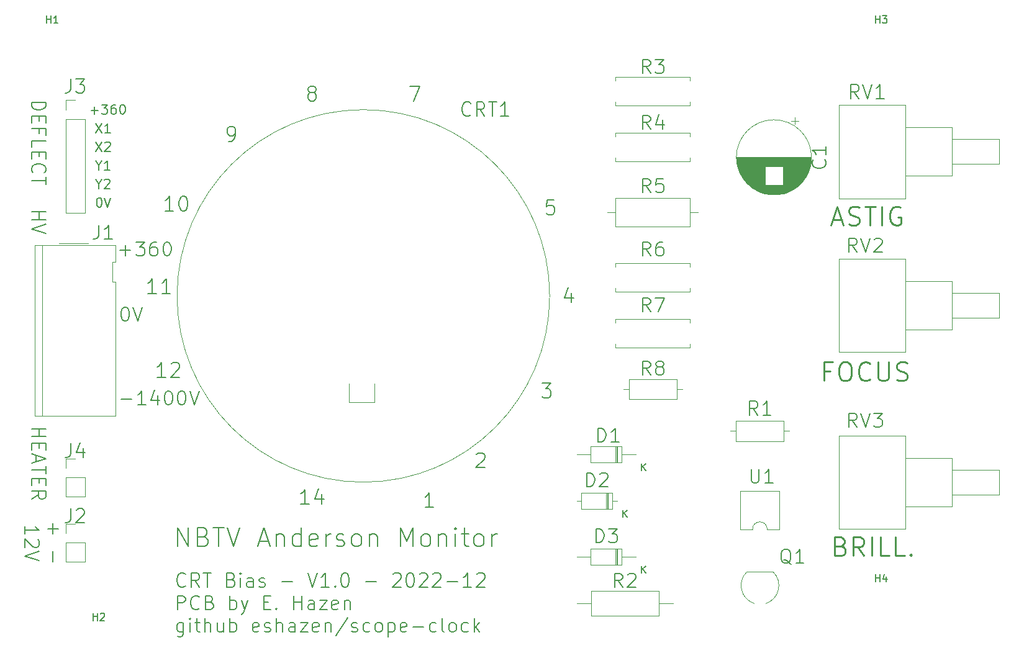
<source format=gbr>
%TF.GenerationSoftware,KiCad,Pcbnew,6.0.9-8da3e8f707~117~ubuntu22.04.1*%
%TF.CreationDate,2022-12-13T20:05:36-05:00*%
%TF.ProjectId,anderson_crt,616e6465-7273-46f6-9e5f-6372742e6b69,rev?*%
%TF.SameCoordinates,Original*%
%TF.FileFunction,Legend,Top*%
%TF.FilePolarity,Positive*%
%FSLAX46Y46*%
G04 Gerber Fmt 4.6, Leading zero omitted, Abs format (unit mm)*
G04 Created by KiCad (PCBNEW 6.0.9-8da3e8f707~117~ubuntu22.04.1) date 2022-12-13 20:05:36*
%MOMM*%
%LPD*%
G01*
G04 APERTURE LIST*
%ADD10C,0.254000*%
%ADD11C,0.203200*%
%ADD12C,0.150000*%
%ADD13C,0.120000*%
G04 APERTURE END LIST*
D10*
X189653333Y-77258333D02*
X190862857Y-77258333D01*
X189411428Y-77984047D02*
X190258095Y-75444047D01*
X191104761Y-77984047D01*
X191830476Y-77863095D02*
X192193333Y-77984047D01*
X192798095Y-77984047D01*
X193040000Y-77863095D01*
X193160952Y-77742142D01*
X193281904Y-77500238D01*
X193281904Y-77258333D01*
X193160952Y-77016428D01*
X193040000Y-76895476D01*
X192798095Y-76774523D01*
X192314285Y-76653571D01*
X192072380Y-76532619D01*
X191951428Y-76411666D01*
X191830476Y-76169761D01*
X191830476Y-75927857D01*
X191951428Y-75685952D01*
X192072380Y-75565000D01*
X192314285Y-75444047D01*
X192919047Y-75444047D01*
X193281904Y-75565000D01*
X194007619Y-75444047D02*
X195459047Y-75444047D01*
X194733333Y-77984047D02*
X194733333Y-75444047D01*
X196305714Y-77984047D02*
X196305714Y-75444047D01*
X198845714Y-75565000D02*
X198603809Y-75444047D01*
X198240952Y-75444047D01*
X197878095Y-75565000D01*
X197636190Y-75806904D01*
X197515238Y-76048809D01*
X197394285Y-76532619D01*
X197394285Y-76895476D01*
X197515238Y-77379285D01*
X197636190Y-77621190D01*
X197878095Y-77863095D01*
X198240952Y-77984047D01*
X198482857Y-77984047D01*
X198845714Y-77863095D01*
X198966666Y-77742142D01*
X198966666Y-76895476D01*
X198482857Y-76895476D01*
D11*
X92437857Y-81416071D02*
X93889285Y-81416071D01*
X93163571Y-82141785D02*
X93163571Y-80690357D01*
X94615000Y-80236785D02*
X95794285Y-80236785D01*
X95159285Y-80962500D01*
X95431428Y-80962500D01*
X95612857Y-81053214D01*
X95703571Y-81143928D01*
X95794285Y-81325357D01*
X95794285Y-81778928D01*
X95703571Y-81960357D01*
X95612857Y-82051071D01*
X95431428Y-82141785D01*
X94887142Y-82141785D01*
X94705714Y-82051071D01*
X94615000Y-81960357D01*
X97427142Y-80236785D02*
X97064285Y-80236785D01*
X96882857Y-80327500D01*
X96792142Y-80418214D01*
X96610714Y-80690357D01*
X96520000Y-81053214D01*
X96520000Y-81778928D01*
X96610714Y-81960357D01*
X96701428Y-82051071D01*
X96882857Y-82141785D01*
X97245714Y-82141785D01*
X97427142Y-82051071D01*
X97517857Y-81960357D01*
X97608571Y-81778928D01*
X97608571Y-81325357D01*
X97517857Y-81143928D01*
X97427142Y-81053214D01*
X97245714Y-80962500D01*
X96882857Y-80962500D01*
X96701428Y-81053214D01*
X96610714Y-81143928D01*
X96520000Y-81325357D01*
X98787857Y-80236785D02*
X98969285Y-80236785D01*
X99150714Y-80327500D01*
X99241428Y-80418214D01*
X99332142Y-80599642D01*
X99422857Y-80962500D01*
X99422857Y-81416071D01*
X99332142Y-81778928D01*
X99241428Y-81960357D01*
X99150714Y-82051071D01*
X98969285Y-82141785D01*
X98787857Y-82141785D01*
X98606428Y-82051071D01*
X98515714Y-81960357D01*
X98425000Y-81778928D01*
X98334285Y-81416071D01*
X98334285Y-80962500D01*
X98425000Y-80599642D01*
X98515714Y-80418214D01*
X98606428Y-80327500D01*
X98787857Y-80236785D01*
X89565238Y-74234523D02*
X89686190Y-74234523D01*
X89807142Y-74295000D01*
X89867619Y-74355476D01*
X89928095Y-74476428D01*
X89988571Y-74718333D01*
X89988571Y-75020714D01*
X89928095Y-75262619D01*
X89867619Y-75383571D01*
X89807142Y-75444047D01*
X89686190Y-75504523D01*
X89565238Y-75504523D01*
X89444285Y-75444047D01*
X89383809Y-75383571D01*
X89323333Y-75262619D01*
X89262857Y-75020714D01*
X89262857Y-74718333D01*
X89323333Y-74476428D01*
X89383809Y-74355476D01*
X89444285Y-74295000D01*
X89565238Y-74234523D01*
X90351428Y-74234523D02*
X90774761Y-75504523D01*
X91198095Y-74234523D01*
X92619285Y-101736071D02*
X94070714Y-101736071D01*
X95975714Y-102461785D02*
X94887142Y-102461785D01*
X95431428Y-102461785D02*
X95431428Y-100556785D01*
X95250000Y-100828928D01*
X95068571Y-101010357D01*
X94887142Y-101101071D01*
X97608571Y-101191785D02*
X97608571Y-102461785D01*
X97155000Y-100466071D02*
X96701428Y-101826785D01*
X97880714Y-101826785D01*
X98969285Y-100556785D02*
X99150714Y-100556785D01*
X99332142Y-100647500D01*
X99422857Y-100738214D01*
X99513571Y-100919642D01*
X99604285Y-101282500D01*
X99604285Y-101736071D01*
X99513571Y-102098928D01*
X99422857Y-102280357D01*
X99332142Y-102371071D01*
X99150714Y-102461785D01*
X98969285Y-102461785D01*
X98787857Y-102371071D01*
X98697142Y-102280357D01*
X98606428Y-102098928D01*
X98515714Y-101736071D01*
X98515714Y-101282500D01*
X98606428Y-100919642D01*
X98697142Y-100738214D01*
X98787857Y-100647500D01*
X98969285Y-100556785D01*
X100783571Y-100556785D02*
X100965000Y-100556785D01*
X101146428Y-100647500D01*
X101237142Y-100738214D01*
X101327857Y-100919642D01*
X101418571Y-101282500D01*
X101418571Y-101736071D01*
X101327857Y-102098928D01*
X101237142Y-102280357D01*
X101146428Y-102371071D01*
X100965000Y-102461785D01*
X100783571Y-102461785D01*
X100602142Y-102371071D01*
X100511428Y-102280357D01*
X100420714Y-102098928D01*
X100330000Y-101736071D01*
X100330000Y-101282500D01*
X100420714Y-100919642D01*
X100511428Y-100738214D01*
X100602142Y-100647500D01*
X100783571Y-100556785D01*
X101962857Y-100556785D02*
X102597857Y-102461785D01*
X103232857Y-100556785D01*
X100330000Y-121799047D02*
X100330000Y-119259047D01*
X101781428Y-121799047D01*
X101781428Y-119259047D01*
X103837619Y-120468571D02*
X104200476Y-120589523D01*
X104321428Y-120710476D01*
X104442380Y-120952380D01*
X104442380Y-121315238D01*
X104321428Y-121557142D01*
X104200476Y-121678095D01*
X103958571Y-121799047D01*
X102990952Y-121799047D01*
X102990952Y-119259047D01*
X103837619Y-119259047D01*
X104079523Y-119380000D01*
X104200476Y-119500952D01*
X104321428Y-119742857D01*
X104321428Y-119984761D01*
X104200476Y-120226666D01*
X104079523Y-120347619D01*
X103837619Y-120468571D01*
X102990952Y-120468571D01*
X105168095Y-119259047D02*
X106619523Y-119259047D01*
X105893809Y-121799047D02*
X105893809Y-119259047D01*
X107103333Y-119259047D02*
X107950000Y-121799047D01*
X108796666Y-119259047D01*
X111457619Y-121073333D02*
X112667142Y-121073333D01*
X111215714Y-121799047D02*
X112062380Y-119259047D01*
X112909047Y-121799047D01*
X113755714Y-120105714D02*
X113755714Y-121799047D01*
X113755714Y-120347619D02*
X113876666Y-120226666D01*
X114118571Y-120105714D01*
X114481428Y-120105714D01*
X114723333Y-120226666D01*
X114844285Y-120468571D01*
X114844285Y-121799047D01*
X117142380Y-121799047D02*
X117142380Y-119259047D01*
X117142380Y-121678095D02*
X116900476Y-121799047D01*
X116416666Y-121799047D01*
X116174761Y-121678095D01*
X116053809Y-121557142D01*
X115932857Y-121315238D01*
X115932857Y-120589523D01*
X116053809Y-120347619D01*
X116174761Y-120226666D01*
X116416666Y-120105714D01*
X116900476Y-120105714D01*
X117142380Y-120226666D01*
X119319523Y-121678095D02*
X119077619Y-121799047D01*
X118593809Y-121799047D01*
X118351904Y-121678095D01*
X118230952Y-121436190D01*
X118230952Y-120468571D01*
X118351904Y-120226666D01*
X118593809Y-120105714D01*
X119077619Y-120105714D01*
X119319523Y-120226666D01*
X119440476Y-120468571D01*
X119440476Y-120710476D01*
X118230952Y-120952380D01*
X120529047Y-121799047D02*
X120529047Y-120105714D01*
X120529047Y-120589523D02*
X120650000Y-120347619D01*
X120770952Y-120226666D01*
X121012857Y-120105714D01*
X121254761Y-120105714D01*
X121980476Y-121678095D02*
X122222380Y-121799047D01*
X122706190Y-121799047D01*
X122948095Y-121678095D01*
X123069047Y-121436190D01*
X123069047Y-121315238D01*
X122948095Y-121073333D01*
X122706190Y-120952380D01*
X122343333Y-120952380D01*
X122101428Y-120831428D01*
X121980476Y-120589523D01*
X121980476Y-120468571D01*
X122101428Y-120226666D01*
X122343333Y-120105714D01*
X122706190Y-120105714D01*
X122948095Y-120226666D01*
X124520476Y-121799047D02*
X124278571Y-121678095D01*
X124157619Y-121557142D01*
X124036666Y-121315238D01*
X124036666Y-120589523D01*
X124157619Y-120347619D01*
X124278571Y-120226666D01*
X124520476Y-120105714D01*
X124883333Y-120105714D01*
X125125238Y-120226666D01*
X125246190Y-120347619D01*
X125367142Y-120589523D01*
X125367142Y-121315238D01*
X125246190Y-121557142D01*
X125125238Y-121678095D01*
X124883333Y-121799047D01*
X124520476Y-121799047D01*
X126455714Y-120105714D02*
X126455714Y-121799047D01*
X126455714Y-120347619D02*
X126576666Y-120226666D01*
X126818571Y-120105714D01*
X127181428Y-120105714D01*
X127423333Y-120226666D01*
X127544285Y-120468571D01*
X127544285Y-121799047D01*
X130689047Y-121799047D02*
X130689047Y-119259047D01*
X131535714Y-121073333D01*
X132382380Y-119259047D01*
X132382380Y-121799047D01*
X133954761Y-121799047D02*
X133712857Y-121678095D01*
X133591904Y-121557142D01*
X133470952Y-121315238D01*
X133470952Y-120589523D01*
X133591904Y-120347619D01*
X133712857Y-120226666D01*
X133954761Y-120105714D01*
X134317619Y-120105714D01*
X134559523Y-120226666D01*
X134680476Y-120347619D01*
X134801428Y-120589523D01*
X134801428Y-121315238D01*
X134680476Y-121557142D01*
X134559523Y-121678095D01*
X134317619Y-121799047D01*
X133954761Y-121799047D01*
X135890000Y-120105714D02*
X135890000Y-121799047D01*
X135890000Y-120347619D02*
X136010952Y-120226666D01*
X136252857Y-120105714D01*
X136615714Y-120105714D01*
X136857619Y-120226666D01*
X136978571Y-120468571D01*
X136978571Y-121799047D01*
X138188095Y-121799047D02*
X138188095Y-120105714D01*
X138188095Y-119259047D02*
X138067142Y-119380000D01*
X138188095Y-119500952D01*
X138309047Y-119380000D01*
X138188095Y-119259047D01*
X138188095Y-119500952D01*
X139034761Y-120105714D02*
X140002380Y-120105714D01*
X139397619Y-119259047D02*
X139397619Y-121436190D01*
X139518571Y-121678095D01*
X139760476Y-121799047D01*
X140002380Y-121799047D01*
X141211904Y-121799047D02*
X140970000Y-121678095D01*
X140849047Y-121557142D01*
X140728095Y-121315238D01*
X140728095Y-120589523D01*
X140849047Y-120347619D01*
X140970000Y-120226666D01*
X141211904Y-120105714D01*
X141574761Y-120105714D01*
X141816666Y-120226666D01*
X141937619Y-120347619D01*
X142058571Y-120589523D01*
X142058571Y-121315238D01*
X141937619Y-121557142D01*
X141816666Y-121678095D01*
X141574761Y-121799047D01*
X141211904Y-121799047D01*
X143147142Y-121799047D02*
X143147142Y-120105714D01*
X143147142Y-120589523D02*
X143268095Y-120347619D01*
X143389047Y-120226666D01*
X143630952Y-120105714D01*
X143872857Y-120105714D01*
X88506904Y-62320714D02*
X89474523Y-62320714D01*
X88990714Y-62804523D02*
X88990714Y-61836904D01*
X89958333Y-61534523D02*
X90744523Y-61534523D01*
X90321190Y-62018333D01*
X90502619Y-62018333D01*
X90623571Y-62078809D01*
X90684047Y-62139285D01*
X90744523Y-62260238D01*
X90744523Y-62562619D01*
X90684047Y-62683571D01*
X90623571Y-62744047D01*
X90502619Y-62804523D01*
X90139761Y-62804523D01*
X90018809Y-62744047D01*
X89958333Y-62683571D01*
X91833095Y-61534523D02*
X91591190Y-61534523D01*
X91470238Y-61595000D01*
X91409761Y-61655476D01*
X91288809Y-61836904D01*
X91228333Y-62078809D01*
X91228333Y-62562619D01*
X91288809Y-62683571D01*
X91349285Y-62744047D01*
X91470238Y-62804523D01*
X91712142Y-62804523D01*
X91833095Y-62744047D01*
X91893571Y-62683571D01*
X91954047Y-62562619D01*
X91954047Y-62260238D01*
X91893571Y-62139285D01*
X91833095Y-62078809D01*
X91712142Y-62018333D01*
X91470238Y-62018333D01*
X91349285Y-62078809D01*
X91288809Y-62139285D01*
X91228333Y-62260238D01*
X92740238Y-61534523D02*
X92861190Y-61534523D01*
X92982142Y-61595000D01*
X93042619Y-61655476D01*
X93103095Y-61776428D01*
X93163571Y-62018333D01*
X93163571Y-62320714D01*
X93103095Y-62562619D01*
X93042619Y-62683571D01*
X92982142Y-62744047D01*
X92861190Y-62804523D01*
X92740238Y-62804523D01*
X92619285Y-62744047D01*
X92558809Y-62683571D01*
X92498333Y-62562619D01*
X92437857Y-62320714D01*
X92437857Y-62018333D01*
X92498333Y-61776428D01*
X92558809Y-61655476D01*
X92619285Y-61595000D01*
X92740238Y-61534523D01*
D10*
X189278380Y-97862571D02*
X188431714Y-97862571D01*
X188431714Y-99193047D02*
X188431714Y-96653047D01*
X189641238Y-96653047D01*
X191092666Y-96653047D02*
X191576476Y-96653047D01*
X191818380Y-96774000D01*
X192060285Y-97015904D01*
X192181238Y-97499714D01*
X192181238Y-98346380D01*
X192060285Y-98830190D01*
X191818380Y-99072095D01*
X191576476Y-99193047D01*
X191092666Y-99193047D01*
X190850761Y-99072095D01*
X190608857Y-98830190D01*
X190487904Y-98346380D01*
X190487904Y-97499714D01*
X190608857Y-97015904D01*
X190850761Y-96774000D01*
X191092666Y-96653047D01*
X194721238Y-98951142D02*
X194600285Y-99072095D01*
X194237428Y-99193047D01*
X193995523Y-99193047D01*
X193632666Y-99072095D01*
X193390761Y-98830190D01*
X193269809Y-98588285D01*
X193148857Y-98104476D01*
X193148857Y-97741619D01*
X193269809Y-97257809D01*
X193390761Y-97015904D01*
X193632666Y-96774000D01*
X193995523Y-96653047D01*
X194237428Y-96653047D01*
X194600285Y-96774000D01*
X194721238Y-96894952D01*
X195809809Y-96653047D02*
X195809809Y-98709238D01*
X195930761Y-98951142D01*
X196051714Y-99072095D01*
X196293619Y-99193047D01*
X196777428Y-99193047D01*
X197019333Y-99072095D01*
X197140285Y-98951142D01*
X197261238Y-98709238D01*
X197261238Y-96653047D01*
X198349809Y-99072095D02*
X198712666Y-99193047D01*
X199317428Y-99193047D01*
X199559333Y-99072095D01*
X199680285Y-98951142D01*
X199801238Y-98709238D01*
X199801238Y-98467333D01*
X199680285Y-98225428D01*
X199559333Y-98104476D01*
X199317428Y-97983523D01*
X198833619Y-97862571D01*
X198591714Y-97741619D01*
X198470761Y-97620666D01*
X198349809Y-97378761D01*
X198349809Y-97136857D01*
X198470761Y-96894952D01*
X198591714Y-96774000D01*
X198833619Y-96653047D01*
X199438380Y-96653047D01*
X199801238Y-96774000D01*
X190717714Y-121738571D02*
X191080571Y-121859523D01*
X191201523Y-121980476D01*
X191322476Y-122222380D01*
X191322476Y-122585238D01*
X191201523Y-122827142D01*
X191080571Y-122948095D01*
X190838666Y-123069047D01*
X189871047Y-123069047D01*
X189871047Y-120529047D01*
X190717714Y-120529047D01*
X190959619Y-120650000D01*
X191080571Y-120770952D01*
X191201523Y-121012857D01*
X191201523Y-121254761D01*
X191080571Y-121496666D01*
X190959619Y-121617619D01*
X190717714Y-121738571D01*
X189871047Y-121738571D01*
X193862476Y-123069047D02*
X193015809Y-121859523D01*
X192411047Y-123069047D02*
X192411047Y-120529047D01*
X193378666Y-120529047D01*
X193620571Y-120650000D01*
X193741523Y-120770952D01*
X193862476Y-121012857D01*
X193862476Y-121375714D01*
X193741523Y-121617619D01*
X193620571Y-121738571D01*
X193378666Y-121859523D01*
X192411047Y-121859523D01*
X194951047Y-123069047D02*
X194951047Y-120529047D01*
X197370095Y-123069047D02*
X196160571Y-123069047D01*
X196160571Y-120529047D01*
X199426285Y-123069047D02*
X198216761Y-123069047D01*
X198216761Y-120529047D01*
X200272952Y-122827142D02*
X200393904Y-122948095D01*
X200272952Y-123069047D01*
X200152000Y-122948095D01*
X200272952Y-122827142D01*
X200272952Y-123069047D01*
D11*
X93072857Y-89126785D02*
X93254285Y-89126785D01*
X93435714Y-89217500D01*
X93526428Y-89308214D01*
X93617142Y-89489642D01*
X93707857Y-89852500D01*
X93707857Y-90306071D01*
X93617142Y-90668928D01*
X93526428Y-90850357D01*
X93435714Y-90941071D01*
X93254285Y-91031785D01*
X93072857Y-91031785D01*
X92891428Y-90941071D01*
X92800714Y-90850357D01*
X92710000Y-90668928D01*
X92619285Y-90306071D01*
X92619285Y-89852500D01*
X92710000Y-89489642D01*
X92800714Y-89308214D01*
X92891428Y-89217500D01*
X93072857Y-89126785D01*
X94252142Y-89126785D02*
X94887142Y-91031785D01*
X95522142Y-89126785D01*
X80418214Y-105727500D02*
X82323214Y-105727500D01*
X81416071Y-105727500D02*
X81416071Y-106816071D01*
X80418214Y-106816071D02*
X82323214Y-106816071D01*
X81416071Y-107723214D02*
X81416071Y-108358214D01*
X80418214Y-108630357D02*
X80418214Y-107723214D01*
X82323214Y-107723214D01*
X82323214Y-108630357D01*
X80962500Y-109356071D02*
X80962500Y-110263214D01*
X80418214Y-109174642D02*
X82323214Y-109809642D01*
X80418214Y-110444642D01*
X82323214Y-110807500D02*
X82323214Y-111896071D01*
X80418214Y-111351785D02*
X82323214Y-111351785D01*
X81416071Y-112531071D02*
X81416071Y-113166071D01*
X80418214Y-113438214D02*
X80418214Y-112531071D01*
X82323214Y-112531071D01*
X82323214Y-113438214D01*
X80418214Y-115343214D02*
X81325357Y-114708214D01*
X80418214Y-114254642D02*
X82323214Y-114254642D01*
X82323214Y-114980357D01*
X82232500Y-115161785D01*
X82141785Y-115252500D01*
X81960357Y-115343214D01*
X81688214Y-115343214D01*
X81506785Y-115252500D01*
X81416071Y-115161785D01*
X81325357Y-114980357D01*
X81325357Y-114254642D01*
X101369222Y-127153307D02*
X101278508Y-127244021D01*
X101006365Y-127334735D01*
X100824937Y-127334735D01*
X100552794Y-127244021D01*
X100371365Y-127062592D01*
X100280651Y-126881164D01*
X100189937Y-126518307D01*
X100189937Y-126246164D01*
X100280651Y-125883307D01*
X100371365Y-125701878D01*
X100552794Y-125520450D01*
X100824937Y-125429735D01*
X101006365Y-125429735D01*
X101278508Y-125520450D01*
X101369222Y-125611164D01*
X103274222Y-127334735D02*
X102639222Y-126427592D01*
X102185651Y-127334735D02*
X102185651Y-125429735D01*
X102911365Y-125429735D01*
X103092794Y-125520450D01*
X103183508Y-125611164D01*
X103274222Y-125792592D01*
X103274222Y-126064735D01*
X103183508Y-126246164D01*
X103092794Y-126336878D01*
X102911365Y-126427592D01*
X102185651Y-126427592D01*
X103818508Y-125429735D02*
X104907080Y-125429735D01*
X104362794Y-127334735D02*
X104362794Y-125429735D01*
X107628508Y-126336878D02*
X107900651Y-126427592D01*
X107991365Y-126518307D01*
X108082080Y-126699735D01*
X108082080Y-126971878D01*
X107991365Y-127153307D01*
X107900651Y-127244021D01*
X107719222Y-127334735D01*
X106993508Y-127334735D01*
X106993508Y-125429735D01*
X107628508Y-125429735D01*
X107809937Y-125520450D01*
X107900651Y-125611164D01*
X107991365Y-125792592D01*
X107991365Y-125974021D01*
X107900651Y-126155450D01*
X107809937Y-126246164D01*
X107628508Y-126336878D01*
X106993508Y-126336878D01*
X108898508Y-127334735D02*
X108898508Y-126064735D01*
X108898508Y-125429735D02*
X108807794Y-125520450D01*
X108898508Y-125611164D01*
X108989222Y-125520450D01*
X108898508Y-125429735D01*
X108898508Y-125611164D01*
X110622080Y-127334735D02*
X110622080Y-126336878D01*
X110531365Y-126155450D01*
X110349937Y-126064735D01*
X109987080Y-126064735D01*
X109805651Y-126155450D01*
X110622080Y-127244021D02*
X110440651Y-127334735D01*
X109987080Y-127334735D01*
X109805651Y-127244021D01*
X109714937Y-127062592D01*
X109714937Y-126881164D01*
X109805651Y-126699735D01*
X109987080Y-126609021D01*
X110440651Y-126609021D01*
X110622080Y-126518307D01*
X111438508Y-127244021D02*
X111619937Y-127334735D01*
X111982794Y-127334735D01*
X112164222Y-127244021D01*
X112254937Y-127062592D01*
X112254937Y-126971878D01*
X112164222Y-126790450D01*
X111982794Y-126699735D01*
X111710651Y-126699735D01*
X111529222Y-126609021D01*
X111438508Y-126427592D01*
X111438508Y-126336878D01*
X111529222Y-126155450D01*
X111710651Y-126064735D01*
X111982794Y-126064735D01*
X112164222Y-126155450D01*
X114522794Y-126609021D02*
X115974222Y-126609021D01*
X118060651Y-125429735D02*
X118695651Y-127334735D01*
X119330651Y-125429735D01*
X120963508Y-127334735D02*
X119874937Y-127334735D01*
X120419222Y-127334735D02*
X120419222Y-125429735D01*
X120237794Y-125701878D01*
X120056365Y-125883307D01*
X119874937Y-125974021D01*
X121779937Y-127153307D02*
X121870651Y-127244021D01*
X121779937Y-127334735D01*
X121689222Y-127244021D01*
X121779937Y-127153307D01*
X121779937Y-127334735D01*
X123049937Y-125429735D02*
X123231365Y-125429735D01*
X123412794Y-125520450D01*
X123503508Y-125611164D01*
X123594222Y-125792592D01*
X123684937Y-126155450D01*
X123684937Y-126609021D01*
X123594222Y-126971878D01*
X123503508Y-127153307D01*
X123412794Y-127244021D01*
X123231365Y-127334735D01*
X123049937Y-127334735D01*
X122868508Y-127244021D01*
X122777794Y-127153307D01*
X122687080Y-126971878D01*
X122596365Y-126609021D01*
X122596365Y-126155450D01*
X122687080Y-125792592D01*
X122777794Y-125611164D01*
X122868508Y-125520450D01*
X123049937Y-125429735D01*
X125952794Y-126609021D02*
X127404222Y-126609021D01*
X129672080Y-125611164D02*
X129762794Y-125520450D01*
X129944222Y-125429735D01*
X130397794Y-125429735D01*
X130579222Y-125520450D01*
X130669937Y-125611164D01*
X130760651Y-125792592D01*
X130760651Y-125974021D01*
X130669937Y-126246164D01*
X129581365Y-127334735D01*
X130760651Y-127334735D01*
X131939937Y-125429735D02*
X132121365Y-125429735D01*
X132302794Y-125520450D01*
X132393508Y-125611164D01*
X132484222Y-125792592D01*
X132574937Y-126155450D01*
X132574937Y-126609021D01*
X132484222Y-126971878D01*
X132393508Y-127153307D01*
X132302794Y-127244021D01*
X132121365Y-127334735D01*
X131939937Y-127334735D01*
X131758508Y-127244021D01*
X131667794Y-127153307D01*
X131577080Y-126971878D01*
X131486365Y-126609021D01*
X131486365Y-126155450D01*
X131577080Y-125792592D01*
X131667794Y-125611164D01*
X131758508Y-125520450D01*
X131939937Y-125429735D01*
X133300651Y-125611164D02*
X133391365Y-125520450D01*
X133572794Y-125429735D01*
X134026365Y-125429735D01*
X134207794Y-125520450D01*
X134298508Y-125611164D01*
X134389222Y-125792592D01*
X134389222Y-125974021D01*
X134298508Y-126246164D01*
X133209937Y-127334735D01*
X134389222Y-127334735D01*
X135114937Y-125611164D02*
X135205651Y-125520450D01*
X135387080Y-125429735D01*
X135840651Y-125429735D01*
X136022080Y-125520450D01*
X136112794Y-125611164D01*
X136203508Y-125792592D01*
X136203508Y-125974021D01*
X136112794Y-126246164D01*
X135024222Y-127334735D01*
X136203508Y-127334735D01*
X137019937Y-126609021D02*
X138471365Y-126609021D01*
X140376365Y-127334735D02*
X139287794Y-127334735D01*
X139832080Y-127334735D02*
X139832080Y-125429735D01*
X139650651Y-125701878D01*
X139469222Y-125883307D01*
X139287794Y-125974021D01*
X141102080Y-125611164D02*
X141192794Y-125520450D01*
X141374222Y-125429735D01*
X141827794Y-125429735D01*
X142009222Y-125520450D01*
X142099937Y-125611164D01*
X142190651Y-125792592D01*
X142190651Y-125974021D01*
X142099937Y-126246164D01*
X141011365Y-127334735D01*
X142190651Y-127334735D01*
X100280651Y-130401785D02*
X100280651Y-128496785D01*
X101006365Y-128496785D01*
X101187794Y-128587500D01*
X101278508Y-128678214D01*
X101369222Y-128859642D01*
X101369222Y-129131785D01*
X101278508Y-129313214D01*
X101187794Y-129403928D01*
X101006365Y-129494642D01*
X100280651Y-129494642D01*
X103274222Y-130220357D02*
X103183508Y-130311071D01*
X102911365Y-130401785D01*
X102729937Y-130401785D01*
X102457794Y-130311071D01*
X102276365Y-130129642D01*
X102185651Y-129948214D01*
X102094937Y-129585357D01*
X102094937Y-129313214D01*
X102185651Y-128950357D01*
X102276365Y-128768928D01*
X102457794Y-128587500D01*
X102729937Y-128496785D01*
X102911365Y-128496785D01*
X103183508Y-128587500D01*
X103274222Y-128678214D01*
X104725651Y-129403928D02*
X104997794Y-129494642D01*
X105088508Y-129585357D01*
X105179222Y-129766785D01*
X105179222Y-130038928D01*
X105088508Y-130220357D01*
X104997794Y-130311071D01*
X104816365Y-130401785D01*
X104090651Y-130401785D01*
X104090651Y-128496785D01*
X104725651Y-128496785D01*
X104907080Y-128587500D01*
X104997794Y-128678214D01*
X105088508Y-128859642D01*
X105088508Y-129041071D01*
X104997794Y-129222500D01*
X104907080Y-129313214D01*
X104725651Y-129403928D01*
X104090651Y-129403928D01*
X107447080Y-130401785D02*
X107447080Y-128496785D01*
X107447080Y-129222500D02*
X107628508Y-129131785D01*
X107991365Y-129131785D01*
X108172794Y-129222500D01*
X108263508Y-129313214D01*
X108354222Y-129494642D01*
X108354222Y-130038928D01*
X108263508Y-130220357D01*
X108172794Y-130311071D01*
X107991365Y-130401785D01*
X107628508Y-130401785D01*
X107447080Y-130311071D01*
X108989222Y-129131785D02*
X109442794Y-130401785D01*
X109896365Y-129131785D02*
X109442794Y-130401785D01*
X109261365Y-130855357D01*
X109170651Y-130946071D01*
X108989222Y-131036785D01*
X112073508Y-129403928D02*
X112708508Y-129403928D01*
X112980651Y-130401785D02*
X112073508Y-130401785D01*
X112073508Y-128496785D01*
X112980651Y-128496785D01*
X113797080Y-130220357D02*
X113887794Y-130311071D01*
X113797080Y-130401785D01*
X113706365Y-130311071D01*
X113797080Y-130220357D01*
X113797080Y-130401785D01*
X116155651Y-130401785D02*
X116155651Y-128496785D01*
X116155651Y-129403928D02*
X117244222Y-129403928D01*
X117244222Y-130401785D02*
X117244222Y-128496785D01*
X118967794Y-130401785D02*
X118967794Y-129403928D01*
X118877080Y-129222500D01*
X118695651Y-129131785D01*
X118332794Y-129131785D01*
X118151365Y-129222500D01*
X118967794Y-130311071D02*
X118786365Y-130401785D01*
X118332794Y-130401785D01*
X118151365Y-130311071D01*
X118060651Y-130129642D01*
X118060651Y-129948214D01*
X118151365Y-129766785D01*
X118332794Y-129676071D01*
X118786365Y-129676071D01*
X118967794Y-129585357D01*
X119693508Y-129131785D02*
X120691365Y-129131785D01*
X119693508Y-130401785D01*
X120691365Y-130401785D01*
X122142794Y-130311071D02*
X121961365Y-130401785D01*
X121598508Y-130401785D01*
X121417080Y-130311071D01*
X121326365Y-130129642D01*
X121326365Y-129403928D01*
X121417080Y-129222500D01*
X121598508Y-129131785D01*
X121961365Y-129131785D01*
X122142794Y-129222500D01*
X122233508Y-129403928D01*
X122233508Y-129585357D01*
X121326365Y-129766785D01*
X123049937Y-129131785D02*
X123049937Y-130401785D01*
X123049937Y-129313214D02*
X123140651Y-129222500D01*
X123322080Y-129131785D01*
X123594222Y-129131785D01*
X123775651Y-129222500D01*
X123866365Y-129403928D01*
X123866365Y-130401785D01*
X101097080Y-132198835D02*
X101097080Y-133740978D01*
X101006365Y-133922407D01*
X100915651Y-134013121D01*
X100734222Y-134103835D01*
X100462080Y-134103835D01*
X100280651Y-134013121D01*
X101097080Y-133378121D02*
X100915651Y-133468835D01*
X100552794Y-133468835D01*
X100371365Y-133378121D01*
X100280651Y-133287407D01*
X100189937Y-133105978D01*
X100189937Y-132561692D01*
X100280651Y-132380264D01*
X100371365Y-132289550D01*
X100552794Y-132198835D01*
X100915651Y-132198835D01*
X101097080Y-132289550D01*
X102004222Y-133468835D02*
X102004222Y-132198835D01*
X102004222Y-131563835D02*
X101913508Y-131654550D01*
X102004222Y-131745264D01*
X102094937Y-131654550D01*
X102004222Y-131563835D01*
X102004222Y-131745264D01*
X102639222Y-132198835D02*
X103364937Y-132198835D01*
X102911365Y-131563835D02*
X102911365Y-133196692D01*
X103002080Y-133378121D01*
X103183508Y-133468835D01*
X103364937Y-133468835D01*
X103999937Y-133468835D02*
X103999937Y-131563835D01*
X104816365Y-133468835D02*
X104816365Y-132470978D01*
X104725651Y-132289550D01*
X104544222Y-132198835D01*
X104272080Y-132198835D01*
X104090651Y-132289550D01*
X103999937Y-132380264D01*
X106539937Y-132198835D02*
X106539937Y-133468835D01*
X105723508Y-132198835D02*
X105723508Y-133196692D01*
X105814222Y-133378121D01*
X105995651Y-133468835D01*
X106267794Y-133468835D01*
X106449222Y-133378121D01*
X106539937Y-133287407D01*
X107447080Y-133468835D02*
X107447080Y-131563835D01*
X107447080Y-132289550D02*
X107628508Y-132198835D01*
X107991365Y-132198835D01*
X108172794Y-132289550D01*
X108263508Y-132380264D01*
X108354222Y-132561692D01*
X108354222Y-133105978D01*
X108263508Y-133287407D01*
X108172794Y-133378121D01*
X107991365Y-133468835D01*
X107628508Y-133468835D01*
X107447080Y-133378121D01*
X111347794Y-133378121D02*
X111166365Y-133468835D01*
X110803508Y-133468835D01*
X110622080Y-133378121D01*
X110531365Y-133196692D01*
X110531365Y-132470978D01*
X110622080Y-132289550D01*
X110803508Y-132198835D01*
X111166365Y-132198835D01*
X111347794Y-132289550D01*
X111438508Y-132470978D01*
X111438508Y-132652407D01*
X110531365Y-132833835D01*
X112164222Y-133378121D02*
X112345651Y-133468835D01*
X112708508Y-133468835D01*
X112889937Y-133378121D01*
X112980651Y-133196692D01*
X112980651Y-133105978D01*
X112889937Y-132924550D01*
X112708508Y-132833835D01*
X112436365Y-132833835D01*
X112254937Y-132743121D01*
X112164222Y-132561692D01*
X112164222Y-132470978D01*
X112254937Y-132289550D01*
X112436365Y-132198835D01*
X112708508Y-132198835D01*
X112889937Y-132289550D01*
X113797080Y-133468835D02*
X113797080Y-131563835D01*
X114613508Y-133468835D02*
X114613508Y-132470978D01*
X114522794Y-132289550D01*
X114341365Y-132198835D01*
X114069222Y-132198835D01*
X113887794Y-132289550D01*
X113797080Y-132380264D01*
X116337080Y-133468835D02*
X116337080Y-132470978D01*
X116246365Y-132289550D01*
X116064937Y-132198835D01*
X115702080Y-132198835D01*
X115520651Y-132289550D01*
X116337080Y-133378121D02*
X116155651Y-133468835D01*
X115702080Y-133468835D01*
X115520651Y-133378121D01*
X115429937Y-133196692D01*
X115429937Y-133015264D01*
X115520651Y-132833835D01*
X115702080Y-132743121D01*
X116155651Y-132743121D01*
X116337080Y-132652407D01*
X117062794Y-132198835D02*
X118060651Y-132198835D01*
X117062794Y-133468835D01*
X118060651Y-133468835D01*
X119512080Y-133378121D02*
X119330651Y-133468835D01*
X118967794Y-133468835D01*
X118786365Y-133378121D01*
X118695651Y-133196692D01*
X118695651Y-132470978D01*
X118786365Y-132289550D01*
X118967794Y-132198835D01*
X119330651Y-132198835D01*
X119512080Y-132289550D01*
X119602794Y-132470978D01*
X119602794Y-132652407D01*
X118695651Y-132833835D01*
X120419222Y-132198835D02*
X120419222Y-133468835D01*
X120419222Y-132380264D02*
X120509937Y-132289550D01*
X120691365Y-132198835D01*
X120963508Y-132198835D01*
X121144937Y-132289550D01*
X121235651Y-132470978D01*
X121235651Y-133468835D01*
X123503508Y-131473121D02*
X121870651Y-133922407D01*
X124047794Y-133378121D02*
X124229222Y-133468835D01*
X124592080Y-133468835D01*
X124773508Y-133378121D01*
X124864222Y-133196692D01*
X124864222Y-133105978D01*
X124773508Y-132924550D01*
X124592080Y-132833835D01*
X124319937Y-132833835D01*
X124138508Y-132743121D01*
X124047794Y-132561692D01*
X124047794Y-132470978D01*
X124138508Y-132289550D01*
X124319937Y-132198835D01*
X124592080Y-132198835D01*
X124773508Y-132289550D01*
X126497080Y-133378121D02*
X126315651Y-133468835D01*
X125952794Y-133468835D01*
X125771365Y-133378121D01*
X125680651Y-133287407D01*
X125589937Y-133105978D01*
X125589937Y-132561692D01*
X125680651Y-132380264D01*
X125771365Y-132289550D01*
X125952794Y-132198835D01*
X126315651Y-132198835D01*
X126497080Y-132289550D01*
X127585651Y-133468835D02*
X127404222Y-133378121D01*
X127313508Y-133287407D01*
X127222794Y-133105978D01*
X127222794Y-132561692D01*
X127313508Y-132380264D01*
X127404222Y-132289550D01*
X127585651Y-132198835D01*
X127857794Y-132198835D01*
X128039222Y-132289550D01*
X128129937Y-132380264D01*
X128220651Y-132561692D01*
X128220651Y-133105978D01*
X128129937Y-133287407D01*
X128039222Y-133378121D01*
X127857794Y-133468835D01*
X127585651Y-133468835D01*
X129037080Y-132198835D02*
X129037080Y-134103835D01*
X129037080Y-132289550D02*
X129218508Y-132198835D01*
X129581365Y-132198835D01*
X129762794Y-132289550D01*
X129853508Y-132380264D01*
X129944222Y-132561692D01*
X129944222Y-133105978D01*
X129853508Y-133287407D01*
X129762794Y-133378121D01*
X129581365Y-133468835D01*
X129218508Y-133468835D01*
X129037080Y-133378121D01*
X131486365Y-133378121D02*
X131304937Y-133468835D01*
X130942080Y-133468835D01*
X130760651Y-133378121D01*
X130669937Y-133196692D01*
X130669937Y-132470978D01*
X130760651Y-132289550D01*
X130942080Y-132198835D01*
X131304937Y-132198835D01*
X131486365Y-132289550D01*
X131577080Y-132470978D01*
X131577080Y-132652407D01*
X130669937Y-132833835D01*
X132393508Y-132743121D02*
X133844937Y-132743121D01*
X135568508Y-133378121D02*
X135387080Y-133468835D01*
X135024222Y-133468835D01*
X134842794Y-133378121D01*
X134752080Y-133287407D01*
X134661365Y-133105978D01*
X134661365Y-132561692D01*
X134752080Y-132380264D01*
X134842794Y-132289550D01*
X135024222Y-132198835D01*
X135387080Y-132198835D01*
X135568508Y-132289550D01*
X136657080Y-133468835D02*
X136475651Y-133378121D01*
X136384937Y-133196692D01*
X136384937Y-131563835D01*
X137654937Y-133468835D02*
X137473508Y-133378121D01*
X137382794Y-133287407D01*
X137292080Y-133105978D01*
X137292080Y-132561692D01*
X137382794Y-132380264D01*
X137473508Y-132289550D01*
X137654937Y-132198835D01*
X137927080Y-132198835D01*
X138108508Y-132289550D01*
X138199222Y-132380264D01*
X138289937Y-132561692D01*
X138289937Y-133105978D01*
X138199222Y-133287407D01*
X138108508Y-133378121D01*
X137927080Y-133468835D01*
X137654937Y-133468835D01*
X139922794Y-133378121D02*
X139741365Y-133468835D01*
X139378508Y-133468835D01*
X139197080Y-133378121D01*
X139106365Y-133287407D01*
X139015651Y-133105978D01*
X139015651Y-132561692D01*
X139106365Y-132380264D01*
X139197080Y-132289550D01*
X139378508Y-132198835D01*
X139741365Y-132198835D01*
X139922794Y-132289550D01*
X140739222Y-133468835D02*
X140739222Y-131563835D01*
X140920651Y-132743121D02*
X141464937Y-133468835D01*
X141464937Y-132198835D02*
X140739222Y-132924550D01*
X83312453Y-118654285D02*
X83312453Y-120105714D01*
X82586739Y-119380000D02*
X84038167Y-119380000D01*
X83312453Y-122464285D02*
X83312453Y-123915714D01*
X79519689Y-120105714D02*
X79519689Y-119017142D01*
X79519689Y-119561428D02*
X81424689Y-119561428D01*
X81152546Y-119380000D01*
X80971117Y-119198571D01*
X80880403Y-119017142D01*
X81243260Y-120831428D02*
X81333975Y-120922142D01*
X81424689Y-121103571D01*
X81424689Y-121557142D01*
X81333975Y-121738571D01*
X81243260Y-121829285D01*
X81061832Y-121920000D01*
X80880403Y-121920000D01*
X80608260Y-121829285D01*
X79519689Y-120740714D01*
X79519689Y-121920000D01*
X81424689Y-122464285D02*
X79519689Y-123099285D01*
X81424689Y-123734285D01*
X89141904Y-64074523D02*
X89988571Y-65344523D01*
X89988571Y-64074523D02*
X89141904Y-65344523D01*
X91137619Y-65344523D02*
X90411904Y-65344523D01*
X90774761Y-65344523D02*
X90774761Y-64074523D01*
X90653809Y-64255952D01*
X90532857Y-64376904D01*
X90411904Y-64437380D01*
X89565238Y-69819761D02*
X89565238Y-70424523D01*
X89141904Y-69154523D02*
X89565238Y-69819761D01*
X89988571Y-69154523D01*
X91077142Y-70424523D02*
X90351428Y-70424523D01*
X90714285Y-70424523D02*
X90714285Y-69154523D01*
X90593333Y-69335952D01*
X90472380Y-69456904D01*
X90351428Y-69517380D01*
X80418214Y-61186785D02*
X82323214Y-61186785D01*
X82323214Y-61640357D01*
X82232500Y-61912500D01*
X82051071Y-62093928D01*
X81869642Y-62184642D01*
X81506785Y-62275357D01*
X81234642Y-62275357D01*
X80871785Y-62184642D01*
X80690357Y-62093928D01*
X80508928Y-61912500D01*
X80418214Y-61640357D01*
X80418214Y-61186785D01*
X81416071Y-63091785D02*
X81416071Y-63726785D01*
X80418214Y-63998928D02*
X80418214Y-63091785D01*
X82323214Y-63091785D01*
X82323214Y-63998928D01*
X81416071Y-65450357D02*
X81416071Y-64815357D01*
X80418214Y-64815357D02*
X82323214Y-64815357D01*
X82323214Y-65722500D01*
X80418214Y-67355357D02*
X80418214Y-66448214D01*
X82323214Y-66448214D01*
X81416071Y-67990357D02*
X81416071Y-68625357D01*
X80418214Y-68897500D02*
X80418214Y-67990357D01*
X82323214Y-67990357D01*
X82323214Y-68897500D01*
X80599642Y-70802500D02*
X80508928Y-70711785D01*
X80418214Y-70439642D01*
X80418214Y-70258214D01*
X80508928Y-69986071D01*
X80690357Y-69804642D01*
X80871785Y-69713928D01*
X81234642Y-69623214D01*
X81506785Y-69623214D01*
X81869642Y-69713928D01*
X82051071Y-69804642D01*
X82232500Y-69986071D01*
X82323214Y-70258214D01*
X82323214Y-70439642D01*
X82232500Y-70711785D01*
X82141785Y-70802500D01*
X82323214Y-71346785D02*
X82323214Y-72435357D01*
X80418214Y-71891071D02*
X82323214Y-71891071D01*
X89141904Y-66614523D02*
X89988571Y-67884523D01*
X89988571Y-66614523D02*
X89141904Y-67884523D01*
X90411904Y-66735476D02*
X90472380Y-66675000D01*
X90593333Y-66614523D01*
X90895714Y-66614523D01*
X91016666Y-66675000D01*
X91077142Y-66735476D01*
X91137619Y-66856428D01*
X91137619Y-66977380D01*
X91077142Y-67158809D01*
X90351428Y-67884523D01*
X91137619Y-67884523D01*
X89565238Y-72359761D02*
X89565238Y-72964523D01*
X89141904Y-71694523D02*
X89565238Y-72359761D01*
X89988571Y-71694523D01*
X90351428Y-71815476D02*
X90411904Y-71755000D01*
X90532857Y-71694523D01*
X90835238Y-71694523D01*
X90956190Y-71755000D01*
X91016666Y-71815476D01*
X91077142Y-71936428D01*
X91077142Y-72057380D01*
X91016666Y-72238809D01*
X90290952Y-72964523D01*
X91077142Y-72964523D01*
X80418214Y-76109285D02*
X82323214Y-76109285D01*
X81416071Y-76109285D02*
X81416071Y-77197857D01*
X80418214Y-77197857D02*
X82323214Y-77197857D01*
X82323214Y-77832857D02*
X80418214Y-78467857D01*
X82323214Y-79102857D01*
%TO.C,J3*%
X85725000Y-58011785D02*
X85725000Y-59372500D01*
X85634285Y-59644642D01*
X85452857Y-59826071D01*
X85180714Y-59916785D01*
X84999285Y-59916785D01*
X86450714Y-58011785D02*
X87630000Y-58011785D01*
X86995000Y-58737500D01*
X87267142Y-58737500D01*
X87448571Y-58828214D01*
X87539285Y-58918928D01*
X87630000Y-59100357D01*
X87630000Y-59553928D01*
X87539285Y-59735357D01*
X87448571Y-59826071D01*
X87267142Y-59916785D01*
X86722857Y-59916785D01*
X86541428Y-59826071D01*
X86450714Y-59735357D01*
%TO.C,D1*%
X157597928Y-107541785D02*
X157597928Y-105636785D01*
X158051500Y-105636785D01*
X158323642Y-105727500D01*
X158505071Y-105908928D01*
X158595785Y-106090357D01*
X158686500Y-106453214D01*
X158686500Y-106725357D01*
X158595785Y-107088214D01*
X158505071Y-107269642D01*
X158323642Y-107451071D01*
X158051500Y-107541785D01*
X157597928Y-107541785D01*
X160500785Y-107541785D02*
X159412214Y-107541785D01*
X159956500Y-107541785D02*
X159956500Y-105636785D01*
X159775071Y-105908928D01*
X159593642Y-106090357D01*
X159412214Y-106181071D01*
D12*
X163568095Y-111472380D02*
X163568095Y-110472380D01*
X164139523Y-111472380D02*
X163710952Y-110900952D01*
X164139523Y-110472380D02*
X163568095Y-111043809D01*
%TO.C,H4*%
X195453095Y-126597380D02*
X195453095Y-125597380D01*
X195453095Y-126073571D02*
X196024523Y-126073571D01*
X196024523Y-126597380D02*
X196024523Y-125597380D01*
X196929285Y-125930714D02*
X196929285Y-126597380D01*
X196691190Y-125549761D02*
X196453095Y-126264047D01*
X197072142Y-126264047D01*
D11*
%TO.C,D2*%
X156073928Y-113637785D02*
X156073928Y-111732785D01*
X156527500Y-111732785D01*
X156799642Y-111823500D01*
X156981071Y-112004928D01*
X157071785Y-112186357D01*
X157162500Y-112549214D01*
X157162500Y-112821357D01*
X157071785Y-113184214D01*
X156981071Y-113365642D01*
X156799642Y-113547071D01*
X156527500Y-113637785D01*
X156073928Y-113637785D01*
X157888214Y-111914214D02*
X157978928Y-111823500D01*
X158160357Y-111732785D01*
X158613928Y-111732785D01*
X158795357Y-111823500D01*
X158886071Y-111914214D01*
X158976785Y-112095642D01*
X158976785Y-112277071D01*
X158886071Y-112549214D01*
X157797500Y-113637785D01*
X158976785Y-113637785D01*
D12*
X161028095Y-117822380D02*
X161028095Y-116822380D01*
X161599523Y-117822380D02*
X161170952Y-117250952D01*
X161599523Y-116822380D02*
X161028095Y-117393809D01*
D11*
%TO.C,R2*%
X160972500Y-127353785D02*
X160337500Y-126446642D01*
X159883928Y-127353785D02*
X159883928Y-125448785D01*
X160609642Y-125448785D01*
X160791071Y-125539500D01*
X160881785Y-125630214D01*
X160972500Y-125811642D01*
X160972500Y-126083785D01*
X160881785Y-126265214D01*
X160791071Y-126355928D01*
X160609642Y-126446642D01*
X159883928Y-126446642D01*
X161698214Y-125630214D02*
X161788928Y-125539500D01*
X161970357Y-125448785D01*
X162423928Y-125448785D01*
X162605357Y-125539500D01*
X162696071Y-125630214D01*
X162786785Y-125811642D01*
X162786785Y-125993071D01*
X162696071Y-126265214D01*
X161607500Y-127353785D01*
X162786785Y-127353785D01*
%TO.C,J1*%
X89535000Y-77956785D02*
X89535000Y-79317500D01*
X89444285Y-79589642D01*
X89262857Y-79771071D01*
X88990714Y-79861785D01*
X88809285Y-79861785D01*
X91440000Y-79861785D02*
X90351428Y-79861785D01*
X90895714Y-79861785D02*
X90895714Y-77956785D01*
X90714285Y-78228928D01*
X90532857Y-78410357D01*
X90351428Y-78501071D01*
%TO.C,Q1*%
X183968571Y-124243214D02*
X183787142Y-124152500D01*
X183605714Y-123971071D01*
X183333571Y-123698928D01*
X183152142Y-123608214D01*
X182970714Y-123608214D01*
X183061428Y-124061785D02*
X182880000Y-123971071D01*
X182698571Y-123789642D01*
X182607857Y-123426785D01*
X182607857Y-122791785D01*
X182698571Y-122428928D01*
X182880000Y-122247500D01*
X183061428Y-122156785D01*
X183424285Y-122156785D01*
X183605714Y-122247500D01*
X183787142Y-122428928D01*
X183877857Y-122791785D01*
X183877857Y-123426785D01*
X183787142Y-123789642D01*
X183605714Y-123971071D01*
X183424285Y-124061785D01*
X183061428Y-124061785D01*
X185692142Y-124061785D02*
X184603571Y-124061785D01*
X185147857Y-124061785D02*
X185147857Y-122156785D01*
X184966428Y-122428928D01*
X184785000Y-122610357D01*
X184603571Y-122701071D01*
%TO.C,U1*%
X178497571Y-111229785D02*
X178497571Y-112771928D01*
X178588285Y-112953357D01*
X178679000Y-113044071D01*
X178860428Y-113134785D01*
X179223285Y-113134785D01*
X179404714Y-113044071D01*
X179495428Y-112953357D01*
X179586142Y-112771928D01*
X179586142Y-111229785D01*
X181491142Y-113134785D02*
X180402571Y-113134785D01*
X180946857Y-113134785D02*
X180946857Y-111229785D01*
X180765428Y-111501928D01*
X180584000Y-111683357D01*
X180402571Y-111774071D01*
%TO.C,R7*%
X164782500Y-89761785D02*
X164147500Y-88854642D01*
X163693928Y-89761785D02*
X163693928Y-87856785D01*
X164419642Y-87856785D01*
X164601071Y-87947500D01*
X164691785Y-88038214D01*
X164782500Y-88219642D01*
X164782500Y-88491785D01*
X164691785Y-88673214D01*
X164601071Y-88763928D01*
X164419642Y-88854642D01*
X163693928Y-88854642D01*
X165417500Y-87856785D02*
X166687500Y-87856785D01*
X165871071Y-89761785D01*
%TO.C,R6*%
X164782500Y-82141785D02*
X164147500Y-81234642D01*
X163693928Y-82141785D02*
X163693928Y-80236785D01*
X164419642Y-80236785D01*
X164601071Y-80327500D01*
X164691785Y-80418214D01*
X164782500Y-80599642D01*
X164782500Y-80871785D01*
X164691785Y-81053214D01*
X164601071Y-81143928D01*
X164419642Y-81234642D01*
X163693928Y-81234642D01*
X166415357Y-80236785D02*
X166052500Y-80236785D01*
X165871071Y-80327500D01*
X165780357Y-80418214D01*
X165598928Y-80690357D01*
X165508214Y-81053214D01*
X165508214Y-81778928D01*
X165598928Y-81960357D01*
X165689642Y-82051071D01*
X165871071Y-82141785D01*
X166233928Y-82141785D01*
X166415357Y-82051071D01*
X166506071Y-81960357D01*
X166596785Y-81778928D01*
X166596785Y-81325357D01*
X166506071Y-81143928D01*
X166415357Y-81053214D01*
X166233928Y-80962500D01*
X165871071Y-80962500D01*
X165689642Y-81053214D01*
X165598928Y-81143928D01*
X165508214Y-81325357D01*
%TO.C,J2*%
X85725000Y-116641785D02*
X85725000Y-118002500D01*
X85634285Y-118274642D01*
X85452857Y-118456071D01*
X85180714Y-118546785D01*
X84999285Y-118546785D01*
X86541428Y-116823214D02*
X86632142Y-116732500D01*
X86813571Y-116641785D01*
X87267142Y-116641785D01*
X87448571Y-116732500D01*
X87539285Y-116823214D01*
X87630000Y-117004642D01*
X87630000Y-117186071D01*
X87539285Y-117458214D01*
X86450714Y-118546785D01*
X87630000Y-118546785D01*
%TO.C,R3*%
X164782500Y-57249785D02*
X164147500Y-56342642D01*
X163693928Y-57249785D02*
X163693928Y-55344785D01*
X164419642Y-55344785D01*
X164601071Y-55435500D01*
X164691785Y-55526214D01*
X164782500Y-55707642D01*
X164782500Y-55979785D01*
X164691785Y-56161214D01*
X164601071Y-56251928D01*
X164419642Y-56342642D01*
X163693928Y-56342642D01*
X165417500Y-55344785D02*
X166596785Y-55344785D01*
X165961785Y-56070500D01*
X166233928Y-56070500D01*
X166415357Y-56161214D01*
X166506071Y-56251928D01*
X166596785Y-56433357D01*
X166596785Y-56886928D01*
X166506071Y-57068357D01*
X166415357Y-57159071D01*
X166233928Y-57249785D01*
X165689642Y-57249785D01*
X165508214Y-57159071D01*
X165417500Y-57068357D01*
D12*
%TO.C,H1*%
X82423095Y-50397380D02*
X82423095Y-49397380D01*
X82423095Y-49873571D02*
X82994523Y-49873571D01*
X82994523Y-50397380D02*
X82994523Y-49397380D01*
X83994523Y-50397380D02*
X83423095Y-50397380D01*
X83708809Y-50397380D02*
X83708809Y-49397380D01*
X83613571Y-49540238D01*
X83518333Y-49635476D01*
X83423095Y-49683095D01*
D11*
%TO.C,RV3*%
X192922071Y-105509785D02*
X192287071Y-104602642D01*
X191833500Y-105509785D02*
X191833500Y-103604785D01*
X192559214Y-103604785D01*
X192740642Y-103695500D01*
X192831357Y-103786214D01*
X192922071Y-103967642D01*
X192922071Y-104239785D01*
X192831357Y-104421214D01*
X192740642Y-104511928D01*
X192559214Y-104602642D01*
X191833500Y-104602642D01*
X193466357Y-103604785D02*
X194101357Y-105509785D01*
X194736357Y-103604785D01*
X195189928Y-103604785D02*
X196369214Y-103604785D01*
X195734214Y-104330500D01*
X196006357Y-104330500D01*
X196187785Y-104421214D01*
X196278500Y-104511928D01*
X196369214Y-104693357D01*
X196369214Y-105146928D01*
X196278500Y-105328357D01*
X196187785Y-105419071D01*
X196006357Y-105509785D01*
X195462071Y-105509785D01*
X195280642Y-105419071D01*
X195189928Y-105328357D01*
D12*
%TO.C,H3*%
X195453095Y-50397380D02*
X195453095Y-49397380D01*
X195453095Y-49873571D02*
X196024523Y-49873571D01*
X196024523Y-50397380D02*
X196024523Y-49397380D01*
X196405476Y-49397380D02*
X197024523Y-49397380D01*
X196691190Y-49778333D01*
X196834047Y-49778333D01*
X196929285Y-49825952D01*
X196976904Y-49873571D01*
X197024523Y-49968809D01*
X197024523Y-50206904D01*
X196976904Y-50302142D01*
X196929285Y-50349761D01*
X196834047Y-50397380D01*
X196548333Y-50397380D01*
X196453095Y-50349761D01*
X196405476Y-50302142D01*
D11*
%TO.C,RV1*%
X193176071Y-60678785D02*
X192541071Y-59771642D01*
X192087500Y-60678785D02*
X192087500Y-58773785D01*
X192813214Y-58773785D01*
X192994642Y-58864500D01*
X193085357Y-58955214D01*
X193176071Y-59136642D01*
X193176071Y-59408785D01*
X193085357Y-59590214D01*
X192994642Y-59680928D01*
X192813214Y-59771642D01*
X192087500Y-59771642D01*
X193720357Y-58773785D02*
X194355357Y-60678785D01*
X194990357Y-58773785D01*
X196623214Y-60678785D02*
X195534642Y-60678785D01*
X196078928Y-60678785D02*
X196078928Y-58773785D01*
X195897500Y-59045928D01*
X195716071Y-59227357D01*
X195534642Y-59318071D01*
%TO.C,CRT1*%
X140264285Y-62900357D02*
X140173571Y-62991071D01*
X139901428Y-63081785D01*
X139720000Y-63081785D01*
X139447857Y-62991071D01*
X139266428Y-62809642D01*
X139175714Y-62628214D01*
X139085000Y-62265357D01*
X139085000Y-61993214D01*
X139175714Y-61630357D01*
X139266428Y-61448928D01*
X139447857Y-61267500D01*
X139720000Y-61176785D01*
X139901428Y-61176785D01*
X140173571Y-61267500D01*
X140264285Y-61358214D01*
X142169285Y-63081785D02*
X141534285Y-62174642D01*
X141080714Y-63081785D02*
X141080714Y-61176785D01*
X141806428Y-61176785D01*
X141987857Y-61267500D01*
X142078571Y-61358214D01*
X142169285Y-61539642D01*
X142169285Y-61811785D01*
X142078571Y-61993214D01*
X141987857Y-62083928D01*
X141806428Y-62174642D01*
X141080714Y-62174642D01*
X142713571Y-61176785D02*
X143802142Y-61176785D01*
X143257857Y-63081785D02*
X143257857Y-61176785D01*
X145435000Y-63081785D02*
X144346428Y-63081785D01*
X144890714Y-63081785D02*
X144890714Y-61176785D01*
X144709285Y-61448928D01*
X144527857Y-61630357D01*
X144346428Y-61721071D01*
D12*
X107254401Y-66524761D02*
X107635354Y-66524761D01*
X107825830Y-66429523D01*
X107921068Y-66334285D01*
X108111544Y-66048571D01*
X108206782Y-65667619D01*
X108206782Y-64905714D01*
X108111544Y-64715238D01*
X108016306Y-64620000D01*
X107825830Y-64524761D01*
X107444877Y-64524761D01*
X107254401Y-64620000D01*
X107159163Y-64715238D01*
X107063925Y-64905714D01*
X107063925Y-65381904D01*
X107159163Y-65572380D01*
X107254401Y-65667619D01*
X107444877Y-65762857D01*
X107825830Y-65762857D01*
X108016306Y-65667619D01*
X108111544Y-65572380D01*
X108206782Y-65381904D01*
X99754401Y-76024761D02*
X98611544Y-76024761D01*
X99182973Y-76024761D02*
X99182973Y-74024761D01*
X98992496Y-74310476D01*
X98802020Y-74500952D01*
X98611544Y-74596190D01*
X100992496Y-74024761D02*
X101182973Y-74024761D01*
X101373449Y-74120000D01*
X101468687Y-74215238D01*
X101563925Y-74405714D01*
X101659163Y-74786666D01*
X101659163Y-75262857D01*
X101563925Y-75643809D01*
X101468687Y-75834285D01*
X101373449Y-75929523D01*
X101182973Y-76024761D01*
X100992496Y-76024761D01*
X100802020Y-75929523D01*
X100706782Y-75834285D01*
X100611544Y-75643809D01*
X100516306Y-75262857D01*
X100516306Y-74786666D01*
X100611544Y-74405714D01*
X100706782Y-74215238D01*
X100802020Y-74120000D01*
X100992496Y-74024761D01*
X141063925Y-109215238D02*
X141159163Y-109120000D01*
X141349639Y-109024761D01*
X141825830Y-109024761D01*
X142016306Y-109120000D01*
X142111544Y-109215238D01*
X142206782Y-109405714D01*
X142206782Y-109596190D01*
X142111544Y-109881904D01*
X140968687Y-111024761D01*
X142206782Y-111024761D01*
X118254401Y-116024761D02*
X117111544Y-116024761D01*
X117682973Y-116024761D02*
X117682973Y-114024761D01*
X117492496Y-114310476D01*
X117302020Y-114500952D01*
X117111544Y-114596190D01*
X119968687Y-114691428D02*
X119968687Y-116024761D01*
X119492496Y-113929523D02*
X119016306Y-115358095D01*
X120254401Y-115358095D01*
X154016306Y-87191428D02*
X154016306Y-88524761D01*
X153540115Y-86429523D02*
X153063925Y-87858095D01*
X154302020Y-87858095D01*
X131968687Y-59024761D02*
X133302020Y-59024761D01*
X132444877Y-61024761D01*
X97409047Y-87264761D02*
X96266190Y-87264761D01*
X96837619Y-87264761D02*
X96837619Y-85264761D01*
X96647142Y-85550476D01*
X96456666Y-85740952D01*
X96266190Y-85836190D01*
X99313809Y-87264761D02*
X98170952Y-87264761D01*
X98742380Y-87264761D02*
X98742380Y-85264761D01*
X98551904Y-85550476D01*
X98361428Y-85740952D01*
X98170952Y-85836190D01*
X118444877Y-59881904D02*
X118254401Y-59786666D01*
X118159163Y-59691428D01*
X118063925Y-59500952D01*
X118063925Y-59405714D01*
X118159163Y-59215238D01*
X118254401Y-59120000D01*
X118444877Y-59024761D01*
X118825830Y-59024761D01*
X119016306Y-59120000D01*
X119111544Y-59215238D01*
X119206782Y-59405714D01*
X119206782Y-59500952D01*
X119111544Y-59691428D01*
X119016306Y-59786666D01*
X118825830Y-59881904D01*
X118444877Y-59881904D01*
X118254401Y-59977142D01*
X118159163Y-60072380D01*
X118063925Y-60262857D01*
X118063925Y-60643809D01*
X118159163Y-60834285D01*
X118254401Y-60929523D01*
X118444877Y-61024761D01*
X118825830Y-61024761D01*
X119016306Y-60929523D01*
X119111544Y-60834285D01*
X119206782Y-60643809D01*
X119206782Y-60262857D01*
X119111544Y-60072380D01*
X119016306Y-59977142D01*
X118825830Y-59881904D01*
X98679047Y-98694761D02*
X97536190Y-98694761D01*
X98107619Y-98694761D02*
X98107619Y-96694761D01*
X97917142Y-96980476D01*
X97726666Y-97170952D01*
X97536190Y-97266190D01*
X99440952Y-96885238D02*
X99536190Y-96790000D01*
X99726666Y-96694761D01*
X100202857Y-96694761D01*
X100393333Y-96790000D01*
X100488571Y-96885238D01*
X100583809Y-97075714D01*
X100583809Y-97266190D01*
X100488571Y-97551904D01*
X99345714Y-98694761D01*
X100583809Y-98694761D01*
X135211428Y-116464761D02*
X134068571Y-116464761D01*
X134640000Y-116464761D02*
X134640000Y-114464761D01*
X134449523Y-114750476D01*
X134259047Y-114940952D01*
X134068571Y-115036190D01*
X149968687Y-99524761D02*
X151206782Y-99524761D01*
X150540115Y-100286666D01*
X150825830Y-100286666D01*
X151016306Y-100381904D01*
X151111544Y-100477142D01*
X151206782Y-100667619D01*
X151206782Y-101143809D01*
X151111544Y-101334285D01*
X151016306Y-101429523D01*
X150825830Y-101524761D01*
X150254401Y-101524761D01*
X150063925Y-101429523D01*
X149968687Y-101334285D01*
X151611544Y-74524761D02*
X150659163Y-74524761D01*
X150563925Y-75477142D01*
X150659163Y-75381904D01*
X150849639Y-75286666D01*
X151325830Y-75286666D01*
X151516306Y-75381904D01*
X151611544Y-75477142D01*
X151706782Y-75667619D01*
X151706782Y-76143809D01*
X151611544Y-76334285D01*
X151516306Y-76429523D01*
X151325830Y-76524761D01*
X150849639Y-76524761D01*
X150659163Y-76429523D01*
X150563925Y-76334285D01*
D11*
%TO.C,D3*%
X157343928Y-121257785D02*
X157343928Y-119352785D01*
X157797500Y-119352785D01*
X158069642Y-119443500D01*
X158251071Y-119624928D01*
X158341785Y-119806357D01*
X158432500Y-120169214D01*
X158432500Y-120441357D01*
X158341785Y-120804214D01*
X158251071Y-120985642D01*
X158069642Y-121167071D01*
X157797500Y-121257785D01*
X157343928Y-121257785D01*
X159067500Y-119352785D02*
X160246785Y-119352785D01*
X159611785Y-120078500D01*
X159883928Y-120078500D01*
X160065357Y-120169214D01*
X160156071Y-120259928D01*
X160246785Y-120441357D01*
X160246785Y-120894928D01*
X160156071Y-121076357D01*
X160065357Y-121167071D01*
X159883928Y-121257785D01*
X159339642Y-121257785D01*
X159158214Y-121167071D01*
X159067500Y-121076357D01*
D12*
X163568095Y-125442380D02*
X163568095Y-124442380D01*
X164139523Y-125442380D02*
X163710952Y-124870952D01*
X164139523Y-124442380D02*
X163568095Y-125013809D01*
%TO.C,H2*%
X88773095Y-131897380D02*
X88773095Y-130897380D01*
X88773095Y-131373571D02*
X89344523Y-131373571D01*
X89344523Y-131897380D02*
X89344523Y-130897380D01*
X89773095Y-130992619D02*
X89820714Y-130945000D01*
X89915952Y-130897380D01*
X90154047Y-130897380D01*
X90249285Y-130945000D01*
X90296904Y-130992619D01*
X90344523Y-131087857D01*
X90344523Y-131183095D01*
X90296904Y-131325952D01*
X89725476Y-131897380D01*
X90344523Y-131897380D01*
D11*
%TO.C,R8*%
X164782500Y-98397785D02*
X164147500Y-97490642D01*
X163693928Y-98397785D02*
X163693928Y-96492785D01*
X164419642Y-96492785D01*
X164601071Y-96583500D01*
X164691785Y-96674214D01*
X164782500Y-96855642D01*
X164782500Y-97127785D01*
X164691785Y-97309214D01*
X164601071Y-97399928D01*
X164419642Y-97490642D01*
X163693928Y-97490642D01*
X165871071Y-97309214D02*
X165689642Y-97218500D01*
X165598928Y-97127785D01*
X165508214Y-96946357D01*
X165508214Y-96855642D01*
X165598928Y-96674214D01*
X165689642Y-96583500D01*
X165871071Y-96492785D01*
X166233928Y-96492785D01*
X166415357Y-96583500D01*
X166506071Y-96674214D01*
X166596785Y-96855642D01*
X166596785Y-96946357D01*
X166506071Y-97127785D01*
X166415357Y-97218500D01*
X166233928Y-97309214D01*
X165871071Y-97309214D01*
X165689642Y-97399928D01*
X165598928Y-97490642D01*
X165508214Y-97672071D01*
X165508214Y-98034928D01*
X165598928Y-98216357D01*
X165689642Y-98307071D01*
X165871071Y-98397785D01*
X166233928Y-98397785D01*
X166415357Y-98307071D01*
X166506071Y-98216357D01*
X166596785Y-98034928D01*
X166596785Y-97672071D01*
X166506071Y-97490642D01*
X166415357Y-97399928D01*
X166233928Y-97309214D01*
%TO.C,R1*%
X179387500Y-103858785D02*
X178752500Y-102951642D01*
X178298928Y-103858785D02*
X178298928Y-101953785D01*
X179024642Y-101953785D01*
X179206071Y-102044500D01*
X179296785Y-102135214D01*
X179387500Y-102316642D01*
X179387500Y-102588785D01*
X179296785Y-102770214D01*
X179206071Y-102860928D01*
X179024642Y-102951642D01*
X178298928Y-102951642D01*
X181201785Y-103858785D02*
X180113214Y-103858785D01*
X180657500Y-103858785D02*
X180657500Y-101953785D01*
X180476071Y-102225928D01*
X180294642Y-102407357D01*
X180113214Y-102498071D01*
%TO.C,R5*%
X164782500Y-73505785D02*
X164147500Y-72598642D01*
X163693928Y-73505785D02*
X163693928Y-71600785D01*
X164419642Y-71600785D01*
X164601071Y-71691500D01*
X164691785Y-71782214D01*
X164782500Y-71963642D01*
X164782500Y-72235785D01*
X164691785Y-72417214D01*
X164601071Y-72507928D01*
X164419642Y-72598642D01*
X163693928Y-72598642D01*
X166506071Y-71600785D02*
X165598928Y-71600785D01*
X165508214Y-72507928D01*
X165598928Y-72417214D01*
X165780357Y-72326500D01*
X166233928Y-72326500D01*
X166415357Y-72417214D01*
X166506071Y-72507928D01*
X166596785Y-72689357D01*
X166596785Y-73142928D01*
X166506071Y-73324357D01*
X166415357Y-73415071D01*
X166233928Y-73505785D01*
X165780357Y-73505785D01*
X165598928Y-73415071D01*
X165508214Y-73324357D01*
%TO.C,J4*%
X85725000Y-107746785D02*
X85725000Y-109107500D01*
X85634285Y-109379642D01*
X85452857Y-109561071D01*
X85180714Y-109651785D01*
X84999285Y-109651785D01*
X87448571Y-108381785D02*
X87448571Y-109651785D01*
X86995000Y-107656071D02*
X86541428Y-109016785D01*
X87720714Y-109016785D01*
%TO.C,C1*%
X188540357Y-69029823D02*
X188631071Y-69120537D01*
X188721785Y-69392680D01*
X188721785Y-69574108D01*
X188631071Y-69846251D01*
X188449642Y-70027680D01*
X188268214Y-70118394D01*
X187905357Y-70209108D01*
X187633214Y-70209108D01*
X187270357Y-70118394D01*
X187088928Y-70027680D01*
X186907500Y-69846251D01*
X186816785Y-69574108D01*
X186816785Y-69392680D01*
X186907500Y-69120537D01*
X186998214Y-69029823D01*
X188721785Y-67215537D02*
X188721785Y-68304108D01*
X188721785Y-67759823D02*
X186816785Y-67759823D01*
X187088928Y-67941251D01*
X187270357Y-68122680D01*
X187361071Y-68304108D01*
%TO.C,RV2*%
X192922071Y-81633785D02*
X192287071Y-80726642D01*
X191833500Y-81633785D02*
X191833500Y-79728785D01*
X192559214Y-79728785D01*
X192740642Y-79819500D01*
X192831357Y-79910214D01*
X192922071Y-80091642D01*
X192922071Y-80363785D01*
X192831357Y-80545214D01*
X192740642Y-80635928D01*
X192559214Y-80726642D01*
X191833500Y-80726642D01*
X193466357Y-79728785D02*
X194101357Y-81633785D01*
X194736357Y-79728785D01*
X195280642Y-79910214D02*
X195371357Y-79819500D01*
X195552785Y-79728785D01*
X196006357Y-79728785D01*
X196187785Y-79819500D01*
X196278500Y-79910214D01*
X196369214Y-80091642D01*
X196369214Y-80273071D01*
X196278500Y-80545214D01*
X195189928Y-81633785D01*
X196369214Y-81633785D01*
%TO.C,R4*%
X164782500Y-64869785D02*
X164147500Y-63962642D01*
X163693928Y-64869785D02*
X163693928Y-62964785D01*
X164419642Y-62964785D01*
X164601071Y-63055500D01*
X164691785Y-63146214D01*
X164782500Y-63327642D01*
X164782500Y-63599785D01*
X164691785Y-63781214D01*
X164601071Y-63871928D01*
X164419642Y-63962642D01*
X163693928Y-63962642D01*
X166415357Y-63599785D02*
X166415357Y-64869785D01*
X165961785Y-62874071D02*
X165508214Y-64234785D01*
X166687500Y-64234785D01*
D13*
%TO.C,J3*%
X85030000Y-63500000D02*
X85030000Y-76260000D01*
X85030000Y-62230000D02*
X85030000Y-60900000D01*
X85030000Y-60900000D02*
X86360000Y-60900000D01*
X85030000Y-76260000D02*
X87690000Y-76260000D01*
X85030000Y-63500000D02*
X87690000Y-63500000D01*
X87690000Y-63500000D02*
X87690000Y-76260000D01*
%TO.C,D1*%
X160870000Y-110340000D02*
X160870000Y-108100000D01*
X162790000Y-109220000D02*
X160870000Y-109220000D01*
X156630000Y-110340000D02*
X160870000Y-110340000D01*
X156630000Y-108100000D02*
X156630000Y-110340000D01*
X160150000Y-110340000D02*
X160150000Y-108100000D01*
X154710000Y-109220000D02*
X156630000Y-109220000D01*
X160030000Y-110340000D02*
X160030000Y-108100000D01*
X160270000Y-110340000D02*
X160270000Y-108100000D01*
X160870000Y-108100000D02*
X156630000Y-108100000D01*
%TO.C,D2*%
X159000000Y-116690000D02*
X159000000Y-114450000D01*
X160250000Y-115570000D02*
X159600000Y-115570000D01*
X155360000Y-114450000D02*
X155360000Y-116690000D01*
X159600000Y-114450000D02*
X155360000Y-114450000D01*
X154710000Y-115570000D02*
X155360000Y-115570000D01*
X158880000Y-116690000D02*
X158880000Y-114450000D01*
X159600000Y-116690000D02*
X159600000Y-114450000D01*
X158760000Y-116690000D02*
X158760000Y-114450000D01*
X155360000Y-116690000D02*
X159600000Y-116690000D01*
%TO.C,R2*%
X156670000Y-127820000D02*
X156670000Y-131260000D01*
X154710000Y-129540000D02*
X156670000Y-129540000D01*
X165910000Y-131260000D02*
X165910000Y-127820000D01*
X167870000Y-129540000D02*
X165910000Y-129540000D01*
X165910000Y-127820000D02*
X156670000Y-127820000D01*
X156670000Y-131260000D02*
X165910000Y-131260000D01*
%TO.C,J1*%
X81875000Y-80725000D02*
X91845000Y-80725000D01*
X91445000Y-83005000D02*
X91445000Y-85705000D01*
X80875000Y-103945000D02*
X80875000Y-80725000D01*
X80875000Y-80725000D02*
X81875000Y-80725000D01*
X88135000Y-80435000D02*
X84135000Y-80435000D01*
X91845000Y-85705000D02*
X91845000Y-103945000D01*
X91845000Y-80725000D02*
X91845000Y-83005000D01*
X91445000Y-85705000D02*
X91845000Y-85705000D01*
X81875000Y-80725000D02*
X81875000Y-103945000D01*
X91845000Y-83005000D02*
X91445000Y-83005000D01*
X91845000Y-103945000D02*
X80875000Y-103945000D01*
%TO.C,Q1*%
X181505000Y-125265000D02*
X177905000Y-125265000D01*
X177896555Y-125287316D02*
G75*
G03*
X178925000Y-129565000I1808445J-1827684D01*
G01*
X180525000Y-129565000D02*
G75*
G03*
X181516875Y-125273259I-820000J2450000D01*
G01*
%TO.C,U1*%
X182345000Y-119445000D02*
X182345000Y-114245000D01*
X180695000Y-119445000D02*
X182345000Y-119445000D01*
X177045000Y-114245000D02*
X177045000Y-119445000D01*
X182345000Y-114245000D02*
X177045000Y-114245000D01*
X177045000Y-119445000D02*
X178695000Y-119445000D01*
X180695000Y-119445000D02*
G75*
G03*
X178695000Y-119445000I-1000000J0D01*
G01*
%TO.C,R7*%
X170170000Y-94630000D02*
X170170000Y-94150000D01*
X170170000Y-90790000D02*
X170170000Y-91270000D01*
X160030000Y-94150000D02*
X160030000Y-94630000D01*
X160030000Y-91270000D02*
X160030000Y-90790000D01*
X160030000Y-94630000D02*
X170170000Y-94630000D01*
X160030000Y-90790000D02*
X170170000Y-90790000D01*
%TO.C,R6*%
X160030000Y-83650000D02*
X160030000Y-83170000D01*
X160030000Y-87010000D02*
X170170000Y-87010000D01*
X160030000Y-86530000D02*
X160030000Y-87010000D01*
X170170000Y-83170000D02*
X170170000Y-83650000D01*
X160030000Y-83170000D02*
X170170000Y-83170000D01*
X170170000Y-87010000D02*
X170170000Y-86530000D01*
%TO.C,J2*%
X85030000Y-120015000D02*
X85030000Y-118685000D01*
X85030000Y-121285000D02*
X85030000Y-123885000D01*
X85030000Y-121285000D02*
X87690000Y-121285000D01*
X85030000Y-118685000D02*
X86360000Y-118685000D01*
X85030000Y-123885000D02*
X87690000Y-123885000D01*
X87690000Y-121285000D02*
X87690000Y-123885000D01*
%TO.C,R3*%
X170170000Y-58250000D02*
X170170000Y-57770000D01*
X160030000Y-61610000D02*
X160030000Y-61130000D01*
X170170000Y-61610000D02*
X160030000Y-61610000D01*
X170170000Y-57770000D02*
X160030000Y-57770000D01*
X160030000Y-57770000D02*
X160030000Y-58250000D01*
X170170000Y-61130000D02*
X170170000Y-61610000D01*
%TO.C,RV3*%
X205880000Y-109735000D02*
X205880000Y-116325000D01*
X205880000Y-111326000D02*
X205880000Y-114735000D01*
X190460000Y-106660000D02*
X199530000Y-106660000D01*
X205880000Y-111326000D02*
X212330000Y-111326000D01*
X199530000Y-106660000D02*
X199530000Y-119400000D01*
X199530000Y-116325000D02*
X205880000Y-116325000D01*
X190460000Y-119400000D02*
X199530000Y-119400000D01*
X212330000Y-111326000D02*
X212330000Y-114735000D01*
X190460000Y-106660000D02*
X190460000Y-119400000D01*
X199530000Y-109735000D02*
X199530000Y-116325000D01*
X199530000Y-109735000D02*
X205880000Y-109735000D01*
X205880000Y-114735000D02*
X212330000Y-114735000D01*
%TO.C,RV1*%
X205860000Y-69650000D02*
X212310000Y-69650000D01*
X199510000Y-64650000D02*
X199510000Y-71240000D01*
X199510000Y-64650000D02*
X205860000Y-64650000D01*
X190440000Y-74315000D02*
X199510000Y-74315000D01*
X190440000Y-61575000D02*
X199510000Y-61575000D01*
X190440000Y-61575000D02*
X190440000Y-74315000D01*
X199510000Y-61575000D02*
X199510000Y-74315000D01*
X205860000Y-66241000D02*
X212310000Y-66241000D01*
X212310000Y-66241000D02*
X212310000Y-69650000D01*
X205860000Y-64650000D02*
X205860000Y-71240000D01*
X205860000Y-66241000D02*
X205860000Y-69650000D01*
X199510000Y-71240000D02*
X205860000Y-71240000D01*
%TO.C,CRT1*%
X127135354Y-102120000D02*
X123635354Y-102120000D01*
X127135354Y-99620000D02*
X127135354Y-102120000D01*
X123635354Y-102120000D02*
X123635354Y-99620000D01*
X151035354Y-87620000D02*
G75*
G03*
X151035354Y-87620000I-25400000J0D01*
G01*
%TO.C,D3*%
X160270000Y-124310000D02*
X160270000Y-122070000D01*
X160030000Y-124310000D02*
X160030000Y-122070000D01*
X154710000Y-123190000D02*
X156630000Y-123190000D01*
X156630000Y-124310000D02*
X160870000Y-124310000D01*
X160870000Y-124310000D02*
X160870000Y-122070000D01*
X160870000Y-122070000D02*
X156630000Y-122070000D01*
X156630000Y-122070000D02*
X156630000Y-124310000D01*
X162790000Y-123190000D02*
X160870000Y-123190000D01*
X160150000Y-124310000D02*
X160150000Y-122070000D01*
%TO.C,R8*%
X168370000Y-101700000D02*
X168370000Y-98960000D01*
X161060000Y-100330000D02*
X161830000Y-100330000D01*
X169140000Y-100330000D02*
X168370000Y-100330000D01*
X168370000Y-98960000D02*
X161830000Y-98960000D01*
X161830000Y-101700000D02*
X168370000Y-101700000D01*
X161830000Y-98960000D02*
X161830000Y-101700000D01*
%TO.C,R1*%
X182975000Y-107415000D02*
X182975000Y-104675000D01*
X175665000Y-106045000D02*
X176435000Y-106045000D01*
X176435000Y-107415000D02*
X182975000Y-107415000D01*
X183745000Y-106045000D02*
X182975000Y-106045000D01*
X182975000Y-104675000D02*
X176435000Y-104675000D01*
X176435000Y-104675000D02*
X176435000Y-107415000D01*
%TO.C,R5*%
X160030000Y-74280000D02*
X160030000Y-78120000D01*
X171280000Y-76200000D02*
X170170000Y-76200000D01*
X170170000Y-74280000D02*
X160030000Y-74280000D01*
X160030000Y-78120000D02*
X170170000Y-78120000D01*
X170170000Y-78120000D02*
X170170000Y-74280000D01*
X158920000Y-76200000D02*
X160030000Y-76200000D01*
%TO.C,J4*%
X85030000Y-109790000D02*
X86360000Y-109790000D01*
X87690000Y-112390000D02*
X87690000Y-114990000D01*
X85030000Y-112390000D02*
X85030000Y-114990000D01*
X85030000Y-114990000D02*
X87690000Y-114990000D01*
X85030000Y-111120000D02*
X85030000Y-109790000D01*
X85030000Y-112390000D02*
X87690000Y-112390000D01*
%TO.C,C1*%
X186484000Y-70153323D02*
X182851000Y-70153323D01*
X185981000Y-71313323D02*
X182851000Y-71313323D01*
X180369000Y-72033323D02*
X177752000Y-72033323D01*
X186628000Y-69513323D02*
X176592000Y-69513323D01*
X184664000Y-72793323D02*
X178556000Y-72793323D01*
X186333000Y-70593323D02*
X182851000Y-70593323D01*
X186174000Y-70953323D02*
X182851000Y-70953323D01*
X186194000Y-70913323D02*
X182851000Y-70913323D01*
X185363000Y-72153323D02*
X182851000Y-72153323D01*
X180369000Y-70113323D02*
X176725000Y-70113323D01*
X180369000Y-69993323D02*
X176692000Y-69993323D01*
X184864000Y-72633323D02*
X178356000Y-72633323D01*
X186548000Y-69913323D02*
X176672000Y-69913323D01*
X180369000Y-70193323D02*
X176748000Y-70193323D01*
X186393000Y-70433323D02*
X182851000Y-70433323D01*
X182988000Y-73633323D02*
X180232000Y-73633323D01*
X180369000Y-70473323D02*
X176842000Y-70473323D01*
X183456000Y-73473323D02*
X179764000Y-73473323D01*
X184911000Y-72593323D02*
X178309000Y-72593323D01*
X183975000Y-73233323D02*
X179245000Y-73233323D01*
X180369000Y-71953323D02*
X177685000Y-71953323D01*
X186434000Y-70313323D02*
X182851000Y-70313323D01*
X184957000Y-72553323D02*
X178263000Y-72553323D01*
X183899000Y-73273323D02*
X179321000Y-73273323D01*
X186072000Y-71153323D02*
X182851000Y-71153323D01*
X185326000Y-72193323D02*
X182851000Y-72193323D01*
X183647000Y-73393323D02*
X179573000Y-73393323D01*
X180369000Y-71673323D02*
X177472000Y-71673323D01*
X186495000Y-70113323D02*
X182851000Y-70113323D01*
X186678000Y-69072323D02*
X176542000Y-69072323D01*
X186300000Y-70673323D02*
X182851000Y-70673323D01*
X180369000Y-71313323D02*
X177239000Y-71313323D01*
X180369000Y-71473323D02*
X177337000Y-71473323D01*
X186528000Y-69993323D02*
X182851000Y-69993323D01*
X186378000Y-70473323D02*
X182851000Y-70473323D01*
X180369000Y-70993323D02*
X177065000Y-70993323D01*
X185660000Y-71793323D02*
X182851000Y-71793323D01*
X186447000Y-70273323D02*
X182851000Y-70273323D01*
X180369000Y-71073323D02*
X177106000Y-71073323D01*
X180369000Y-70433323D02*
X176827000Y-70433323D01*
X185857000Y-71513323D02*
X182851000Y-71513323D01*
X185630000Y-71833323D02*
X182851000Y-71833323D01*
X186683000Y-68992323D02*
X176537000Y-68992323D01*
X180369000Y-70913323D02*
X177026000Y-70913323D01*
X185502000Y-71993323D02*
X182851000Y-71993323D01*
X180369000Y-71433323D02*
X177312000Y-71433323D01*
X184555000Y-72873323D02*
X178665000Y-72873323D01*
X185567000Y-71913323D02*
X182851000Y-71913323D01*
X180369000Y-71273323D02*
X177215000Y-71273323D01*
X180369000Y-70553323D02*
X176872000Y-70553323D01*
X185211000Y-72313323D02*
X182851000Y-72313323D01*
X180369000Y-72313323D02*
X178009000Y-72313323D01*
X180369000Y-71233323D02*
X177193000Y-71233323D01*
X180369000Y-71553323D02*
X177389000Y-71553323D01*
X184049000Y-73193323D02*
X179171000Y-73193323D01*
X180369000Y-72353323D02*
X178049000Y-72353323D01*
X180369000Y-71833323D02*
X177590000Y-71833323D01*
X185883000Y-71473323D02*
X182851000Y-71473323D01*
X184120000Y-73153323D02*
X179100000Y-73153323D01*
X186685000Y-68952323D02*
X176535000Y-68952323D01*
X186460000Y-70233323D02*
X182851000Y-70233323D01*
X180369000Y-71593323D02*
X177416000Y-71593323D01*
X186640000Y-69433323D02*
X176580000Y-69433323D01*
X184499000Y-72913323D02*
X178721000Y-72913323D01*
X180369000Y-70353323D02*
X176799000Y-70353323D01*
X184255000Y-73073323D02*
X178965000Y-73073323D01*
X186421000Y-70353323D02*
X182851000Y-70353323D01*
X185599000Y-71873323D02*
X182851000Y-71873323D01*
X183735000Y-73353323D02*
X179485000Y-73353323D01*
X186135000Y-71033323D02*
X182851000Y-71033323D01*
X186650000Y-69352323D02*
X176570000Y-69352323D01*
X186634000Y-69473323D02*
X176586000Y-69473323D01*
X185690000Y-71753323D02*
X182851000Y-71753323D01*
X180369000Y-70833323D02*
X176989000Y-70833323D01*
X180369000Y-70953323D02*
X177046000Y-70953323D01*
X180369000Y-70593323D02*
X176887000Y-70593323D01*
X185130000Y-72393323D02*
X182851000Y-72393323D01*
X180369000Y-71513323D02*
X177363000Y-71513323D01*
X186689000Y-68832323D02*
X176531000Y-68832323D01*
X183352000Y-73513323D02*
X179868000Y-73513323D01*
X185002000Y-72513323D02*
X178218000Y-72513323D01*
X183819000Y-73313323D02*
X179401000Y-73313323D01*
X186472000Y-70193323D02*
X182851000Y-70193323D01*
X185088000Y-72433323D02*
X182851000Y-72433323D01*
X186584000Y-69753323D02*
X176636000Y-69753323D01*
X186566000Y-69833323D02*
X176654000Y-69833323D01*
X180369000Y-71153323D02*
X177148000Y-71153323D01*
X180369000Y-71633323D02*
X177444000Y-71633323D01*
X185468000Y-72033323D02*
X182851000Y-72033323D01*
X180369000Y-72073323D02*
X177786000Y-72073323D01*
X185399000Y-72113323D02*
X182851000Y-72113323D01*
X183554000Y-73433323D02*
X179666000Y-73433323D01*
X186155000Y-70993323D02*
X182851000Y-70993323D01*
X186538000Y-69953323D02*
X176682000Y-69953323D01*
X184816000Y-72673323D02*
X178404000Y-72673323D01*
X184380000Y-72993323D02*
X178840000Y-72993323D01*
X186557000Y-69873323D02*
X176663000Y-69873323D01*
X180369000Y-71873323D02*
X177621000Y-71873323D01*
X186660000Y-69272323D02*
X176560000Y-69272323D01*
X185535000Y-71953323D02*
X182851000Y-71953323D01*
X186213000Y-70873323D02*
X182851000Y-70873323D01*
X182209000Y-73793323D02*
X181011000Y-73793323D01*
X184610000Y-72833323D02*
X178610000Y-72833323D01*
X182672000Y-73713323D02*
X180548000Y-73713323D01*
X180369000Y-70753323D02*
X176953000Y-70753323D01*
X186317000Y-70633323D02*
X182851000Y-70633323D01*
X185776000Y-71633323D02*
X182851000Y-71633323D01*
X182472000Y-73753323D02*
X180748000Y-73753323D01*
X186690000Y-68752323D02*
X176530000Y-68752323D01*
X183120000Y-73593323D02*
X180100000Y-73593323D01*
X180369000Y-70673323D02*
X176920000Y-70673323D01*
X186607000Y-69633323D02*
X176613000Y-69633323D01*
X184985000Y-63732677D02*
X183985000Y-63732677D01*
X186267000Y-70753323D02*
X182851000Y-70753323D01*
X180369000Y-70273323D02*
X176773000Y-70273323D01*
X180369000Y-72153323D02*
X177857000Y-72153323D01*
X185434000Y-72073323D02*
X182851000Y-72073323D01*
X180369000Y-71793323D02*
X177560000Y-71793323D01*
X186575000Y-69793323D02*
X176645000Y-69793323D01*
X186093000Y-71113323D02*
X182851000Y-71113323D01*
X180369000Y-71113323D02*
X177127000Y-71113323D01*
X186600000Y-69673323D02*
X176620000Y-69673323D01*
X180369000Y-70633323D02*
X176903000Y-70633323D01*
X186688000Y-68872323D02*
X176532000Y-68872323D01*
X180369000Y-71033323D02*
X177085000Y-71033323D01*
X185748000Y-71673323D02*
X182851000Y-71673323D01*
X180369000Y-71393323D02*
X177287000Y-71393323D01*
X186027000Y-71233323D02*
X182851000Y-71233323D01*
X185046000Y-72473323D02*
X178174000Y-72473323D01*
X180369000Y-70153323D02*
X176736000Y-70153323D01*
X180369000Y-72273323D02*
X177970000Y-72273323D01*
X186655000Y-69312323D02*
X176565000Y-69312323D01*
X185957000Y-71353323D02*
X182851000Y-71353323D01*
X185720000Y-71713323D02*
X182851000Y-71713323D01*
X186690000Y-68712323D02*
X176530000Y-68712323D01*
X184485000Y-63232677D02*
X184485000Y-64232677D01*
X185804000Y-71593323D02*
X182851000Y-71593323D01*
X186348000Y-70553323D02*
X182851000Y-70553323D01*
X180369000Y-71993323D02*
X177718000Y-71993323D01*
X180369000Y-70073323D02*
X176713000Y-70073323D01*
X184319000Y-73033323D02*
X178901000Y-73033323D01*
X180369000Y-70873323D02*
X177007000Y-70873323D01*
X180369000Y-72233323D02*
X177931000Y-72233323D01*
X186114000Y-71073323D02*
X182851000Y-71073323D01*
X180369000Y-72113323D02*
X177821000Y-72113323D01*
X186664000Y-69232323D02*
X176556000Y-69232323D01*
X185250000Y-72273323D02*
X182851000Y-72273323D01*
X184440000Y-72953323D02*
X178780000Y-72953323D01*
X186614000Y-69593323D02*
X176606000Y-69593323D01*
X186231000Y-70833323D02*
X182851000Y-70833323D01*
X184716000Y-72753323D02*
X178504000Y-72753323D01*
X186050000Y-71193323D02*
X182851000Y-71193323D01*
X180369000Y-72393323D02*
X178090000Y-72393323D01*
X186364000Y-70513323D02*
X182851000Y-70513323D01*
X186249000Y-70793323D02*
X182851000Y-70793323D01*
X180369000Y-70313323D02*
X176786000Y-70313323D01*
X186407000Y-70393323D02*
X182851000Y-70393323D01*
X184766000Y-72713323D02*
X178454000Y-72713323D01*
X183240000Y-73553323D02*
X179980000Y-73553323D01*
X186592000Y-69713323D02*
X176628000Y-69713323D01*
X180369000Y-71193323D02*
X177170000Y-71193323D01*
X186690000Y-68792323D02*
X176530000Y-68792323D01*
X186672000Y-69152323D02*
X176548000Y-69152323D01*
X186507000Y-70073323D02*
X182851000Y-70073323D01*
X182840000Y-73673323D02*
X180380000Y-73673323D01*
X186284000Y-70713323D02*
X182851000Y-70713323D01*
X180369000Y-71353323D02*
X177263000Y-71353323D01*
X180369000Y-70393323D02*
X176813000Y-70393323D01*
X180369000Y-71713323D02*
X177500000Y-71713323D01*
X186675000Y-69112323D02*
X176545000Y-69112323D01*
X180369000Y-70793323D02*
X176971000Y-70793323D01*
X180369000Y-70513323D02*
X176856000Y-70513323D01*
X185908000Y-71433323D02*
X182851000Y-71433323D01*
X186517000Y-70033323D02*
X182851000Y-70033323D01*
X180369000Y-72193323D02*
X177894000Y-72193323D01*
X180369000Y-70033323D02*
X176703000Y-70033323D01*
X185289000Y-72233323D02*
X182851000Y-72233323D01*
X186687000Y-68912323D02*
X176533000Y-68912323D01*
X180369000Y-71913323D02*
X177653000Y-71913323D01*
X186645000Y-69392323D02*
X176575000Y-69392323D01*
X180369000Y-70713323D02*
X176936000Y-70713323D01*
X180369000Y-70233323D02*
X176760000Y-70233323D01*
X185933000Y-71393323D02*
X182851000Y-71393323D01*
X184189000Y-73113323D02*
X179031000Y-73113323D01*
X186680000Y-69032323D02*
X176540000Y-69032323D01*
X186621000Y-69553323D02*
X176599000Y-69553323D01*
X185171000Y-72353323D02*
X182851000Y-72353323D01*
X186005000Y-71273323D02*
X182851000Y-71273323D01*
X180369000Y-72433323D02*
X178132000Y-72433323D01*
X186668000Y-69192323D02*
X176552000Y-69192323D01*
X185831000Y-71553323D02*
X182851000Y-71553323D01*
X180369000Y-71753323D02*
X177530000Y-71753323D01*
X186730000Y-68712323D02*
G75*
G03*
X186730000Y-68712323I-5120000J0D01*
G01*
%TO.C,RV2*%
X212330000Y-87196000D02*
X212330000Y-90605000D01*
X199530000Y-82530000D02*
X199530000Y-95270000D01*
X190460000Y-82530000D02*
X199530000Y-82530000D01*
X205880000Y-90605000D02*
X212330000Y-90605000D01*
X205880000Y-85605000D02*
X205880000Y-92195000D01*
X199530000Y-85605000D02*
X205880000Y-85605000D01*
X190460000Y-95270000D02*
X199530000Y-95270000D01*
X205880000Y-87196000D02*
X212330000Y-87196000D01*
X199530000Y-85605000D02*
X199530000Y-92195000D01*
X199530000Y-92195000D02*
X205880000Y-92195000D01*
X190460000Y-82530000D02*
X190460000Y-95270000D01*
X205880000Y-87196000D02*
X205880000Y-90605000D01*
%TO.C,R4*%
X160030000Y-65390000D02*
X170170000Y-65390000D01*
X160030000Y-69230000D02*
X170170000Y-69230000D01*
X170170000Y-65390000D02*
X170170000Y-65870000D01*
X160030000Y-65870000D02*
X160030000Y-65390000D01*
X170170000Y-69230000D02*
X170170000Y-68750000D01*
X160030000Y-68750000D02*
X160030000Y-69230000D01*
%TD*%
M02*

</source>
